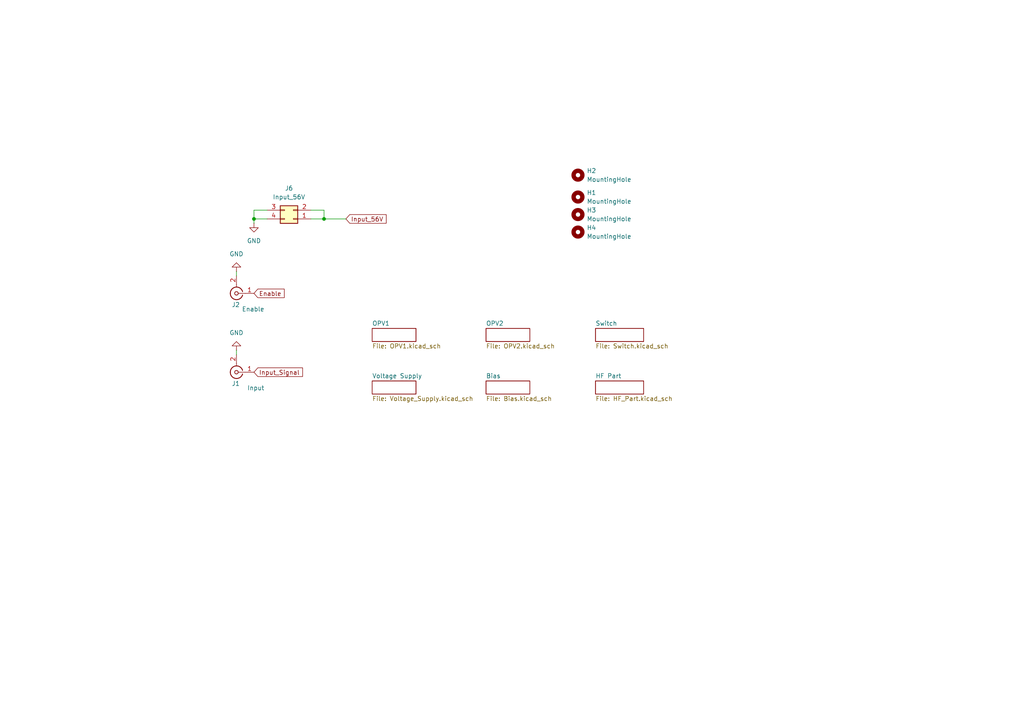
<source format=kicad_sch>
(kicad_sch (version 20231120) (generator "eeschema") (generator_version "8.0")
  (paper "A4")
  (lib_symbols
    (symbol "Connector:Conn_Coaxial" (pin_names (offset 1.016) hide)
      (property "Reference" "J" (at 0.254 3.048 0))
      (property "Value" "Conn_Coaxial" (at 2.921 0 90))
      (symbol "Conn_Coaxial_0_1"
        (arc (start -1.778 -0.508) (mid 0.2311 -1.8066) (end 1.778 0) (stroke (width 0.254)))
        (polyline (pts (xy -2.54 0) (xy -0.508 0)))
        (polyline (pts (xy 0 -2.54) (xy 0 -1.778)))
        (circle (center 0 0) (radius 0.508) (stroke (width 0.2032)))
        (arc (start 1.778 0) (mid 0.2099 1.8101) (end -1.778 0.508) (stroke (width 0.254)))
      )
      (symbol "Conn_Coaxial_1_1"
        (pin passive line (at -5.08 0 0) (length 2.54) (name "In") (number "1"))
        (pin passive line (at 0 -5.08 90) (length 2.54) (name "Ext") (number "2"))
      )
    )
    (symbol "Connector_Generic:Conn_02x02_Counter_Clockwise" (pin_names (offset 1.016) hide)
      (property "Reference" "J" (at 1.27 2.54 0))
      (property "Value" "Conn_02x02_Counter_Clockwise" (at 1.27 -5.08 0))
      (symbol "Conn_02x02_Counter_Clockwise_1_1"
        (rectangle (start -1.27 -2.413) (end 0 -2.667) (stroke (width 0.1524)))
        (rectangle (start -1.27 0.127) (end 0 -0.127) (stroke (width 0.1524)))
        (rectangle (start -1.27 1.27) (end 3.81 -3.81) (stroke (width 0.254)) (fill (type background)))
        (rectangle (start 3.81 -2.413) (end 2.54 -2.667) (stroke (width 0.1524)))
        (rectangle (start 3.81 0.127) (end 2.54 -0.127) (stroke (width 0.1524)))
        (pin passive line (at -5.08 0 0) (length 3.81) (name "Pin_1") (number "1"))
        (pin passive line (at -5.08 -2.54 0) (length 3.81) (name "Pin_2") (number "2"))
        (pin passive line (at 7.62 -2.54 180) (length 3.81) (name "Pin_3") (number "3"))
        (pin passive line (at 7.62 0 180) (length 3.81) (name "Pin_4") (number "4"))
      )
    )
    (symbol "Mechanical:MountingHole" (pin_names (offset 1.016)) (exclude_from_sim yes) (in_bom no)
      (property "Reference" "H" (at 0 5.08 0))
      (property "Value" "MountingHole" (at 0 3.175 0))
      (symbol "MountingHole_0_1"
        (circle (center 0 0) (radius 1.27) (stroke (width 1.27)))
      )
    )
    (symbol "power:GND" (power) (pin_numbers hide) (pin_names (offset 0) hide)
      (property "Value" "GND" (at 0 -3.81 0))
      (symbol "GND_0_1"
        (polyline (pts (xy 0 0) (xy 0 -1.27) (xy 1.27 -1.27) (xy 0 -2.54) (xy -1.27 -1.27) (xy 0 -1.27)))
      )
      (symbol "GND_1_1"
        (pin power_in line (at 0 0 270) (length 0) (name "~") (number "1"))
      )
    )
  )
  (junction (at 73.66 63.5))
  (junction (at 93.98 63.5))
  (wire (pts (xy 77.47 63.5) (xy 73.66 63.5)))
  (wire (pts (xy 90.17 63.5) (xy 93.98 63.5)))
  (wire (pts (xy 93.98 63.5) (xy 100.33 63.5)))
  (wire (pts (xy 68.58 80.01) (xy 68.58 78.74)))
  (wire (pts (xy 93.98 60.96) (xy 93.98 63.5)))
  (wire (pts (xy 73.66 60.96) (xy 73.66 63.5)))
  (wire (pts (xy 68.58 102.87) (xy 68.58 101.6)))
  (wire (pts (xy 90.17 60.96) (xy 93.98 60.96)))
  (wire (pts (xy 77.47 60.96) (xy 73.66 60.96)))
  (wire (pts (xy 73.66 63.5) (xy 73.66 64.77)))
  (global_label "Enable" (shape input) (at 73.66 85.09 0) (property "Intersheetrefs" "${INTERSHEET_REFS}" (effects (hide yes))))
  (global_label "Input_Signal" (shape input) (at 73.66 107.95 0) (property "Intersheetrefs" "${INTERSHEET_REFS}" (effects (hide yes))))
  (global_label "Input_56V" (shape input) (at 100.33 63.5 0) (property "Intersheetrefs" "${INTERSHEET_REFS}" (effects (hide yes))))
  (symbol (lib_id "Mechanical:MountingHole") (at 167.64 57.15 0) (unit 1) (exclude_from_sim yes) (in_bom no)
    (property "Reference" "H1" (at 170.18 55.8799 0) (effects (justify left)))
    (property "Value" "MountingHole" (at 170.18 58.4199 0) (effects (justify left)))
    (property "Footprint" "MountingHole:MountingHole_3.2mm_M3_Pad" (effects (hide yes)))
    (property "Description" "Mounting Hole without connection" (effects (hide yes)))
  )
  (symbol (lib_id "Mechanical:MountingHole") (at 167.64 50.8 0) (unit 1) (exclude_from_sim yes) (in_bom no)
    (property "Reference" "H2" (at 170.18 49.5299 0) (effects (justify left)))
    (property "Value" "MountingHole" (at 170.18 52.0699 0) (effects (justify left)))
    (property "Footprint" "MountingHole:MountingHole_3.2mm_M3_Pad" (effects (hide yes)))
    (property "Description" "Mounting Hole without connection" (effects (hide yes)))
  )
  (symbol (lib_id "power:GND") (at 73.66 64.77 0) (unit 1)
    (property "Reference" "#PWR054" (effects (hide yes)))
    (property "Value" "GND" (at 73.66 69.85 0))
    (property "Description" "Power symbol creates a global label with name \"GND\" , ground" (effects (hide yes)))
  )
  (symbol (lib_id "Mechanical:MountingHole") (at 167.64 67.31 0) (unit 1) (exclude_from_sim yes) (in_bom no)
    (property "Reference" "H4" (at 170.18 66.0399 0) (effects (justify left)))
    (property "Value" "MountingHole" (at 170.18 68.5799 0) (effects (justify left)))
    (property "Footprint" "MountingHole:MountingHole_3.2mm_M3_Pad" (effects (hide yes)))
    (property "Description" "Mounting Hole without connection" (effects (hide yes)))
  )
  (symbol (lib_id "Connector:Conn_Coaxial") (at 68.58 85.09 180) (unit 1)
    (property "Reference" "J2" (at 69.596 88.392 0) (effects (justify left)))
    (property "Value" "Enable" (at 76.708 89.662 0) (effects (justify left)))
    (property "Footprint" "Connector_Coaxial:SMA_Amphenol_901-144_Vertical" (effects (hide yes)))
    (property "Description" "coaxial connector (BNC, SMA, SMB, SMC, Cinch/RCA, LEMO, ...)" (effects (hide yes)))
  )
  (symbol (lib_id "Connector:Conn_Coaxial") (at 68.58 107.95 180) (unit 1)
    (property "Reference" "J1" (at 69.596 111.252 0) (effects (justify left)))
    (property "Value" "Input" (at 76.708 112.522 0) (effects (justify left)))
    (property "Footprint" "Connector_Coaxial:SMA_Amphenol_901-144_Vertical" (effects (hide yes)))
    (property "Description" "coaxial connector (BNC, SMA, SMB, SMC, Cinch/RCA, LEMO, ...)" (effects (hide yes)))
  )
  (symbol (lib_id "Connector_Generic:Conn_02x02_Counter_Clockwise") (at 85.09 63.5 180) (unit 1)
    (property "Reference" "J6" (at 83.82 54.61 0))
    (property "Value" "Input_56V" (at 83.82 57.15 0))
    (property "Footprint" "Library:MOLEX_26013115" (effects (hide yes)))
    (property "Description" "Generic connector, double row, 02x02, counter clockwise pin numbering scheme (similar to DIP package numbering), script generated (kicad-library-utils/schlib/autogen/connector/)" (effects (hide yes)))
  )
  (symbol (lib_id "Mechanical:MountingHole") (at 167.64 62.23 0) (unit 1) (exclude_from_sim yes) (in_bom no)
    (property "Reference" "H3" (at 170.18 60.9599 0) (effects (justify left)))
    (property "Value" "MountingHole" (at 170.18 63.4999 0) (effects (justify left)))
    (property "Footprint" "MountingHole:MountingHole_3.2mm_M3_Pad" (effects (hide yes)))
    (property "Description" "Mounting Hole without connection" (effects (hide yes)))
  )
  (symbol (lib_id "power:GND") (at 68.58 78.74 180) (unit 1)
    (property "Reference" "#PWR047" (effects (hide yes)))
    (property "Value" "GND" (at 68.58 73.66 0))
    (property "Description" "Power symbol creates a global label with name \"GND\" , ground" (effects (hide yes)))
  )
  (symbol (lib_id "power:GND") (at 68.58 101.6 180) (unit 1)
    (property "Reference" "#PWR037" (effects (hide yes)))
    (property "Value" "GND" (at 68.58 96.52 0))
    (property "Description" "Power symbol creates a global label with name \"GND\" , ground" (effects (hide yes)))
  )
  (sheet (at 140.97 95.25) (size 12.7 3.81) (stroke (width 0.1524))
    (property "Sheetname" "OPV2" (at 140.97 94.5384 0) (effects (justify left bottom)))
    (property "Sheetfile" "OPV2.kicad_sch" (at 140.97 99.6446 0) (effects (justify left top)))
  )
  (sheet (at 107.95 95.25) (size 12.7 3.81) (stroke (width 0.1524))
    (property "Sheetname" "OPV1" (at 107.95 94.5384 0) (effects (justify left bottom)))
    (property "Sheetfile" "OPV1.kicad_sch" (at 107.95 99.6446 0) (effects (justify left top)))
  )
  (sheet (at 172.72 110.49) (size 13.97 3.81) (stroke (width 0.1524))
    (property "Sheetname" "HF Part" (at 172.72 109.7784 0) (effects (justify left bottom)))
    (property "Sheetfile" "HF_Part.kicad_sch" (at 172.72 114.8846 0) (effects (justify left top)))
  )
  (sheet (at 172.72 95.25) (size 13.97 3.81) (stroke (width 0.1524))
    (property "Sheetname" "Switch" (at 172.72 94.5384 0) (effects (justify left bottom)))
    (property "Sheetfile" "Switch.kicad_sch" (at 172.72 99.6446 0) (effects (justify left top)))
  )
  (sheet (at 140.97 110.49) (size 12.7 3.81) (stroke (width 0.1524))
    (property "Sheetname" "Bias" (at 140.97 109.7784 0) (effects (justify left bottom)))
    (property "Sheetfile" "Bias.kicad_sch" (at 140.97 114.8846 0) (effects (justify left top)))
  )
  (sheet (at 107.95 110.49) (size 12.7 3.81) (stroke (width 0.1524))
    (property "Sheetname" "Voltage Supply" (at 107.95 109.7784 0) (effects (justify left bottom)))
    (property "Sheetfile" "Voltage_Supply.kicad_sch" (at 107.95 114.8846 0) (effects (justify left top)))
  )
)
</source>
